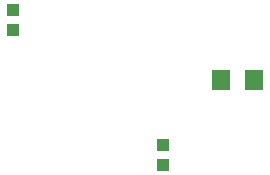
<source format=gbr>
G04 EAGLE Gerber RS-274X export*
G75*
%MOMM*%
%FSLAX34Y34*%
%LPD*%
%INSolderpaste Bottom*%
%IPPOS*%
%AMOC8*
5,1,8,0,0,1.08239X$1,22.5*%
G01*
%ADD10R,1.600000X1.800000*%
%ADD11R,1.100000X1.000000*%


D10*
X407700Y177800D03*
X379700Y177800D03*
D11*
X330200Y105800D03*
X330200Y122800D03*
X203200Y237100D03*
X203200Y220100D03*
M02*

</source>
